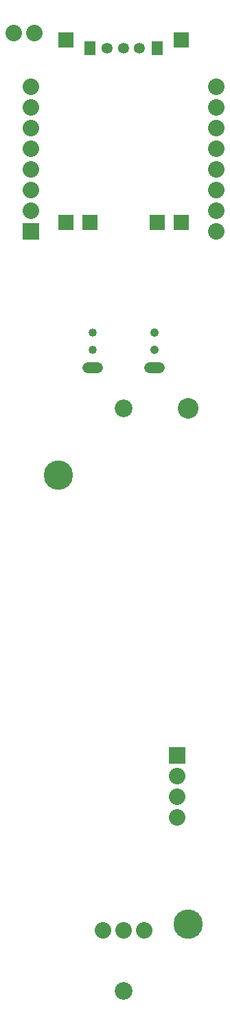
<source format=gts>
G75*
%MOIN*%
%OFA0B0*%
%FSLAX25Y25*%
%IPPOS*%
%LPD*%
%AMOC8*
5,1,8,0,0,1.08239X$1,22.5*
%
%ADD10C,0.04000*%
%ADD11C,0.04123*%
%ADD12C,0.14200*%
%ADD13C,0.08600*%
%ADD14C,0.10000*%
%ADD15C,0.05324*%
%ADD16R,0.05748X0.06929*%
%ADD17C,0.08000*%
%ADD18R,0.08000X0.08000*%
%ADD19C,0.05400*%
%ADD20R,0.07687X0.07687*%
D10*
X0069124Y0364085D03*
X0069124Y0372589D03*
D11*
X0099124Y0372589D03*
X0099124Y0364085D03*
D12*
X0052628Y0303612D03*
X0115620Y0086289D03*
D13*
X0084124Y0054006D03*
X0084124Y0335896D03*
D14*
X0115620Y0335896D03*
D15*
X0091998Y0510305D03*
X0084124Y0510305D03*
X0076250Y0510305D03*
D16*
X0067785Y0510305D03*
X0100465Y0510309D03*
D17*
X0074124Y0083140D03*
X0084124Y0083140D03*
X0094124Y0083140D03*
X0110241Y0137793D03*
X0110241Y0147793D03*
X0110241Y0157793D03*
X0129163Y0421722D03*
X0129163Y0431722D03*
X0129163Y0441722D03*
X0129163Y0451722D03*
X0129163Y0461722D03*
X0129163Y0471722D03*
X0129163Y0481722D03*
X0129163Y0491722D03*
X0040860Y0517728D03*
X0030860Y0517728D03*
X0039163Y0491722D03*
X0039163Y0481722D03*
X0039163Y0471722D03*
X0039163Y0461722D03*
X0039163Y0451722D03*
X0039163Y0441722D03*
X0039163Y0431722D03*
D18*
X0039163Y0421722D03*
X0110241Y0167793D03*
D19*
X0101524Y0355581D02*
X0096724Y0355581D01*
X0071524Y0355581D02*
X0066724Y0355581D01*
D20*
X0067993Y0426016D03*
X0056182Y0426016D03*
X0056182Y0514205D03*
X0100473Y0426016D03*
X0112284Y0426016D03*
X0112284Y0514205D03*
M02*

</source>
